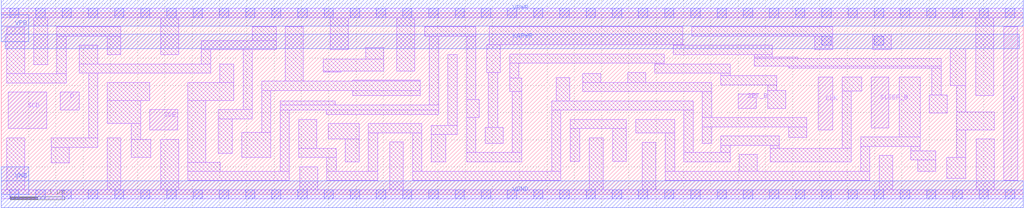
<source format=lef>
# Copyright 2020 The SkyWater PDK Authors
#
# Licensed under the Apache License, Version 2.0 (the "License");
# you may not use this file except in compliance with the License.
# You may obtain a copy of the License at
#
#     https://www.apache.org/licenses/LICENSE-2.0
#
# Unless required by applicable law or agreed to in writing, software
# distributed under the License is distributed on an "AS IS" BASIS,
# WITHOUT WARRANTIES OR CONDITIONS OF ANY KIND, either express or implied.
# See the License for the specific language governing permissions and
# limitations under the License.
#
# SPDX-License-Identifier: Apache-2.0

VERSION 5.5 ;
NAMESCASESENSITIVE ON ;
BUSBITCHARS "[]" ;
DIVIDERCHAR "/" ;
MACRO sky130_fd_sc_lp__srsdfstp_1
  CLASS CORE ;
  SOURCE USER ;
  ORIGIN  0.000000  0.000000 ;
  SIZE  18.72000 BY  3.330000 ;
  SYMMETRY X Y R90 ;
  SITE unit ;
  PIN D
    ANTENNAGATEAREA  0.159000 ;
    DIRECTION INPUT ;
    USE SIGNAL ;
    PORT
      LAYER li1 ;
        RECT 1.085000 1.545000 1.430000 1.875000 ;
    END
  END D
  PIN Q
    ANTENNADIFFAREA  0.573300 ;
    DIRECTION OUTPUT ;
    USE SIGNAL ;
    PORT
      LAYER li1 ;
        RECT 18.365000 0.255000 18.620000 3.075000 ;
    END
  END Q
  PIN SCD
    ANTENNAGATEAREA  0.159000 ;
    DIRECTION INPUT ;
    USE SIGNAL ;
    PORT
      LAYER li1 ;
        RECT 0.125000 1.205000 0.835000 1.875000 ;
    END
  END SCD
  PIN SCE
    ANTENNAGATEAREA  0.318000 ;
    DIRECTION INPUT ;
    USE SIGNAL ;
    PORT
      LAYER li1 ;
        RECT 2.725000 1.180000 3.235000 1.555000 ;
    END
  END SCE
  PIN SET_B
    ANTENNAGATEAREA  0.439000 ;
    DIRECTION INPUT ;
    USE SIGNAL ;
    PORT
      LAYER li1 ;
        RECT 13.500000 1.580000 13.830000 1.840000 ;
    END
  END SET_B
  PIN SLEEP_B
    ANTENNAGATEAREA  0.598000 ;
    DIRECTION INPUT ;
    USE SIGNAL ;
    PORT
      LAYER li1 ;
        RECT 15.935000 1.220000 16.260000 2.150000 ;
    END
  END SLEEP_B
  PIN CLK
    ANTENNAGATEAREA  0.159000 ;
    DIRECTION INPUT ;
    USE CLOCK ;
    PORT
      LAYER li1 ;
        RECT 14.965000 1.180000 15.235000 2.150000 ;
    END
  END CLK
  PIN KAPWR
    ANTENNADIFFAREA  1.300025 ;
    DIRECTION INOUT ;
    USE POWER ;
    PORT
      LAYER met1 ;
        RECT 0.070000 2.675000 18.650000 2.945000 ;
    END
  END KAPWR
  PIN VGND
    DIRECTION INOUT ;
    USE GROUND ;
    PORT
      LAYER met1 ;
        RECT 0.000000 -0.245000 18.720000 0.245000 ;
    END
  END VGND
  PIN VNB
    DIRECTION INOUT ;
    USE GROUND ;
    PORT
    END
  END VNB
  PIN VPB
    DIRECTION INOUT ;
    USE POWER ;
    PORT
    END
  END VPB
  PIN VNB
    DIRECTION INOUT ;
    USE GROUND ;
    PORT
      LAYER met1 ;
        RECT 0.000000 0.000000 0.500000 0.500000 ;
    END
  END VNB
  PIN VPB
    DIRECTION INOUT ;
    USE POWER ;
    PORT
      LAYER met1 ;
        RECT 0.000000 2.800000 0.500000 3.300000 ;
    END
  END VPB
  PIN VPWR
    DIRECTION INOUT ;
    USE POWER ;
    PORT
      LAYER met1 ;
        RECT 0.000000 3.085000 18.720000 3.575000 ;
    END
  END VPWR
  OBS
    LAYER li1 ;
      RECT  0.000000 -0.085000 18.720000 0.085000 ;
      RECT  0.000000  3.245000 18.720000 3.415000 ;
      RECT  0.100000  0.085000  0.430000 1.035000 ;
      RECT  0.100000  2.045000  1.190000 2.215000 ;
      RECT  0.100000  2.215000  0.430000 3.065000 ;
      RECT  0.600000  2.385000  0.850000 3.245000 ;
      RECT  0.920000  0.575000  1.250000 0.865000 ;
      RECT  0.920000  0.865000  1.770000 1.035000 ;
      RECT  1.020000  2.215000  1.190000 2.905000 ;
      RECT  1.020000  2.905000  2.190000 3.075000 ;
      RECT  1.430000  2.225000  3.835000 2.395000 ;
      RECT  1.430000  2.395000  1.770000 2.735000 ;
      RECT  1.600000  1.035000  1.770000 2.225000 ;
      RECT  1.940000  0.085000  2.190000 1.035000 ;
      RECT  1.940000  1.305000  2.555000 1.725000 ;
      RECT  1.940000  1.725000  2.720000 2.055000 ;
      RECT  1.940000  2.565000  2.190000 2.905000 ;
      RECT  2.385000  0.675000  2.740000 1.010000 ;
      RECT  2.385000  1.010000  2.555000 1.305000 ;
      RECT  2.920000  0.085000  3.250000 1.010000 ;
      RECT  2.920000  2.565000  3.250000 3.245000 ;
      RECT  3.420000  0.255000  5.280000 0.425000 ;
      RECT  3.420000  0.425000  4.015000 0.585000 ;
      RECT  3.420000  0.585000  3.750000 1.725000 ;
      RECT  3.420000  1.725000  4.260000 2.055000 ;
      RECT  3.665000  2.395000  3.835000 2.655000 ;
      RECT  3.665000  2.655000  5.035000 2.825000 ;
      RECT  3.980000  0.755000  4.230000 1.385000 ;
      RECT  3.980000  1.385000  4.600000 1.555000 ;
      RECT  4.005000  2.055000  4.260000 2.395000 ;
      RECT  4.410000  0.675000  4.940000 1.135000 ;
      RECT  4.430000  1.555000  4.600000 2.655000 ;
      RECT  4.600000  2.825000  5.035000 3.075000 ;
      RECT  4.770000  1.135000  4.940000 1.905000 ;
      RECT  4.770000  1.905000  7.675000 2.075000 ;
      RECT  5.110000  0.425000  5.280000 1.545000 ;
      RECT  5.110000  1.545000  8.015000 1.640000 ;
      RECT  5.110000  1.640000  6.120000 1.715000 ;
      RECT  5.205000  2.075000  5.535000 3.075000 ;
      RECT  5.450000  0.675000  6.135000 0.845000 ;
      RECT  5.450000  0.845000  5.780000 1.375000 ;
      RECT  5.465000  0.085000  5.795000 0.505000 ;
      RECT  5.900000  2.245000  6.230000 2.265000 ;
      RECT  5.900000  2.265000  7.010000 2.485000 ;
      RECT  5.950000  1.470000  8.015000 1.545000 ;
      RECT  5.965000  0.255000  6.895000 0.425000 ;
      RECT  5.965000  0.425000  6.135000 0.675000 ;
      RECT  5.990000  1.015000  6.555000 1.300000 ;
      RECT  6.025000  2.655000  6.355000 3.245000 ;
      RECT  6.305000  0.595000  6.555000 1.015000 ;
      RECT  6.440000  1.810000  7.675000 1.905000 ;
      RECT  6.440000  2.075000  7.675000 2.095000 ;
      RECT  6.680000  2.485000  7.010000 2.695000 ;
      RECT  6.725000  0.425000  6.895000 1.130000 ;
      RECT  6.725000  1.130000  7.705000 1.300000 ;
      RECT  7.115000  0.085000  7.365000 0.960000 ;
      RECT  7.250000  2.265000  7.580000 3.245000 ;
      RECT  7.535000  0.255000 10.255000 0.425000 ;
      RECT  7.535000  0.425000  7.705000 1.130000 ;
      RECT  7.755000  2.905000  8.695000 3.075000 ;
      RECT  7.845000  1.640000  8.015000 2.905000 ;
      RECT  7.875000  0.595000  8.145000 1.095000 ;
      RECT  7.875000  1.095000  8.355000 1.265000 ;
      RECT  8.185000  1.265000  8.355000 2.565000 ;
      RECT  8.525000  0.595000  9.535000 0.765000 ;
      RECT  8.525000  0.765000  8.695000 1.410000 ;
      RECT  8.525000  1.410000  8.755000 1.740000 ;
      RECT  8.525000  1.740000  8.695000 2.905000 ;
      RECT  8.865000  0.935000  9.195000 1.225000 ;
      RECT  8.895000  2.235000  9.145000 2.745000 ;
      RECT  8.925000  1.225000  9.095000 2.235000 ;
      RECT  8.940000  2.745000 12.485000 3.075000 ;
      RECT  9.315000  1.885000  9.535000 2.135000 ;
      RECT  9.315000  2.135000  9.485000 2.405000 ;
      RECT  9.315000  2.405000 12.145000 2.575000 ;
      RECT  9.365000  0.765000  9.535000 1.885000 ;
      RECT 10.085000  0.425000 10.255000 1.545000 ;
      RECT 10.085000  1.545000 12.675000 1.715000 ;
      RECT 10.165000  1.715000 10.415000 2.145000 ;
      RECT 10.425000  0.605000 10.595000 1.205000 ;
      RECT 10.425000  1.205000 11.455000 1.375000 ;
      RECT 10.655000  1.885000 13.015000 2.055000 ;
      RECT 10.655000  2.055000 10.985000 2.215000 ;
      RECT 10.775000  0.085000 11.025000 1.035000 ;
      RECT 11.205000  0.605000 11.455000 1.205000 ;
      RECT 11.475000  2.055000 11.805000 2.235000 ;
      RECT 11.625000  1.125000 12.335000 1.375000 ;
      RECT 11.745000  0.085000 11.995000 0.955000 ;
      RECT 11.975000  2.225000 13.355000 2.395000 ;
      RECT 11.975000  2.395000 12.145000 2.405000 ;
      RECT 12.165000  0.255000 15.915000 0.425000 ;
      RECT 12.165000  0.425000 12.335000 1.125000 ;
      RECT 12.315000  2.565000 14.130000 2.735000 ;
      RECT 12.315000  2.735000 12.485000 2.745000 ;
      RECT 12.505000  0.595000 13.355000 0.765000 ;
      RECT 12.505000  0.765000 12.675000 1.545000 ;
      RECT 12.655000  2.905000 15.235000 3.075000 ;
      RECT 12.845000  0.935000 13.015000 1.240000 ;
      RECT 12.845000  1.240000 14.755000 1.410000 ;
      RECT 12.845000  1.410000 13.015000 1.885000 ;
      RECT 13.185000  0.765000 13.355000 0.900000 ;
      RECT 13.185000  0.900000 14.255000 1.070000 ;
      RECT 13.185000  2.010000 14.210000 2.180000 ;
      RECT 13.185000  2.180000 13.355000 2.225000 ;
      RECT 13.525000  0.425000 13.855000 0.730000 ;
      RECT 13.800000  2.350000 17.220000 2.490000 ;
      RECT 13.800000  2.490000 14.595000 2.520000 ;
      RECT 13.800000  2.520000 14.130000 2.565000 ;
      RECT 14.040000  1.580000 14.370000 1.910000 ;
      RECT 14.040000  1.910000 14.210000 2.010000 ;
      RECT 14.085000  0.595000 15.575000 0.845000 ;
      RECT 14.085000  0.845000 14.255000 0.900000 ;
      RECT 14.425000  1.040000 14.755000 1.240000 ;
      RECT 14.425000  2.320000 17.220000 2.350000 ;
      RECT 14.905000  2.660000 15.235000 2.905000 ;
      RECT 15.405000  0.845000 15.575000 1.900000 ;
      RECT 15.405000  1.900000 15.765000 2.150000 ;
      RECT 15.745000  0.425000 15.915000 0.880000 ;
      RECT 15.745000  0.880000 16.835000 1.050000 ;
      RECT 15.965000  2.660000 16.305000 2.940000 ;
      RECT 16.085000  0.085000 16.335000 0.710000 ;
      RECT 16.455000  1.050000 16.835000 2.150000 ;
      RECT 16.665000  0.630000 17.125000 0.800000 ;
      RECT 16.665000  0.800000 16.835000 0.880000 ;
      RECT 16.795000  0.420000 17.125000 0.630000 ;
      RECT 17.005000  1.495000 17.335000 1.825000 ;
      RECT 17.050000  1.825000 17.220000 2.320000 ;
      RECT 17.325000  0.295000 17.675000 0.675000 ;
      RECT 17.390000  1.995000 17.675000 2.675000 ;
      RECT 17.505000  0.675000 17.675000 1.185000 ;
      RECT 17.505000  1.185000 18.195000 1.515000 ;
      RECT 17.505000  1.515000 17.675000 1.995000 ;
      RECT 17.855000  1.815000 18.185000 3.245000 ;
      RECT 17.860000  0.085000 18.190000 1.015000 ;
    LAYER mcon ;
      RECT  0.155000 -0.085000  0.325000 0.085000 ;
      RECT  0.155000  3.245000  0.325000 3.415000 ;
      RECT  0.635000 -0.085000  0.805000 0.085000 ;
      RECT  0.635000  3.245000  0.805000 3.415000 ;
      RECT  1.115000 -0.085000  1.285000 0.085000 ;
      RECT  1.115000  3.245000  1.285000 3.415000 ;
      RECT  1.595000 -0.085000  1.765000 0.085000 ;
      RECT  1.595000  3.245000  1.765000 3.415000 ;
      RECT  2.075000 -0.085000  2.245000 0.085000 ;
      RECT  2.075000  3.245000  2.245000 3.415000 ;
      RECT  2.555000 -0.085000  2.725000 0.085000 ;
      RECT  2.555000  3.245000  2.725000 3.415000 ;
      RECT  3.035000 -0.085000  3.205000 0.085000 ;
      RECT  3.035000  3.245000  3.205000 3.415000 ;
      RECT  3.515000 -0.085000  3.685000 0.085000 ;
      RECT  3.515000  3.245000  3.685000 3.415000 ;
      RECT  3.995000 -0.085000  4.165000 0.085000 ;
      RECT  3.995000  3.245000  4.165000 3.415000 ;
      RECT  4.475000 -0.085000  4.645000 0.085000 ;
      RECT  4.475000  3.245000  4.645000 3.415000 ;
      RECT  4.955000 -0.085000  5.125000 0.085000 ;
      RECT  4.955000  3.245000  5.125000 3.415000 ;
      RECT  5.435000 -0.085000  5.605000 0.085000 ;
      RECT  5.435000  3.245000  5.605000 3.415000 ;
      RECT  5.915000 -0.085000  6.085000 0.085000 ;
      RECT  5.915000  3.245000  6.085000 3.415000 ;
      RECT  6.395000 -0.085000  6.565000 0.085000 ;
      RECT  6.395000  3.245000  6.565000 3.415000 ;
      RECT  6.875000 -0.085000  7.045000 0.085000 ;
      RECT  6.875000  3.245000  7.045000 3.415000 ;
      RECT  7.355000 -0.085000  7.525000 0.085000 ;
      RECT  7.355000  3.245000  7.525000 3.415000 ;
      RECT  7.835000 -0.085000  8.005000 0.085000 ;
      RECT  7.835000  3.245000  8.005000 3.415000 ;
      RECT  8.315000 -0.085000  8.485000 0.085000 ;
      RECT  8.315000  3.245000  8.485000 3.415000 ;
      RECT  8.795000 -0.085000  8.965000 0.085000 ;
      RECT  8.795000  3.245000  8.965000 3.415000 ;
      RECT  9.275000 -0.085000  9.445000 0.085000 ;
      RECT  9.275000  3.245000  9.445000 3.415000 ;
      RECT  9.755000 -0.085000  9.925000 0.085000 ;
      RECT  9.755000  3.245000  9.925000 3.415000 ;
      RECT 10.235000 -0.085000 10.405000 0.085000 ;
      RECT 10.235000  3.245000 10.405000 3.415000 ;
      RECT 10.715000 -0.085000 10.885000 0.085000 ;
      RECT 10.715000  3.245000 10.885000 3.415000 ;
      RECT 11.195000 -0.085000 11.365000 0.085000 ;
      RECT 11.195000  3.245000 11.365000 3.415000 ;
      RECT 11.675000 -0.085000 11.845000 0.085000 ;
      RECT 11.675000  3.245000 11.845000 3.415000 ;
      RECT 12.155000 -0.085000 12.325000 0.085000 ;
      RECT 12.155000  3.245000 12.325000 3.415000 ;
      RECT 12.635000 -0.085000 12.805000 0.085000 ;
      RECT 12.635000  3.245000 12.805000 3.415000 ;
      RECT 13.115000 -0.085000 13.285000 0.085000 ;
      RECT 13.115000  3.245000 13.285000 3.415000 ;
      RECT 13.595000 -0.085000 13.765000 0.085000 ;
      RECT 13.595000  3.245000 13.765000 3.415000 ;
      RECT 14.075000 -0.085000 14.245000 0.085000 ;
      RECT 14.075000  3.245000 14.245000 3.415000 ;
      RECT 14.555000 -0.085000 14.725000 0.085000 ;
      RECT 14.555000  3.245000 14.725000 3.415000 ;
      RECT 15.035000 -0.085000 15.205000 0.085000 ;
      RECT 15.035000  2.735000 15.205000 2.905000 ;
      RECT 15.035000  3.245000 15.205000 3.415000 ;
      RECT 15.515000 -0.085000 15.685000 0.085000 ;
      RECT 15.515000  3.245000 15.685000 3.415000 ;
      RECT 15.995000 -0.085000 16.165000 0.085000 ;
      RECT 15.995000  2.735000 16.165000 2.905000 ;
      RECT 15.995000  3.245000 16.165000 3.415000 ;
      RECT 16.475000 -0.085000 16.645000 0.085000 ;
      RECT 16.475000  3.245000 16.645000 3.415000 ;
      RECT 16.955000 -0.085000 17.125000 0.085000 ;
      RECT 16.955000  3.245000 17.125000 3.415000 ;
      RECT 17.435000 -0.085000 17.605000 0.085000 ;
      RECT 17.435000  3.245000 17.605000 3.415000 ;
      RECT 17.915000 -0.085000 18.085000 0.085000 ;
      RECT 17.915000  3.245000 18.085000 3.415000 ;
      RECT 18.395000 -0.085000 18.565000 0.085000 ;
      RECT 18.395000  3.245000 18.565000 3.415000 ;
  END
END sky130_fd_sc_lp__srsdfstp_1
END LIBRARY

</source>
